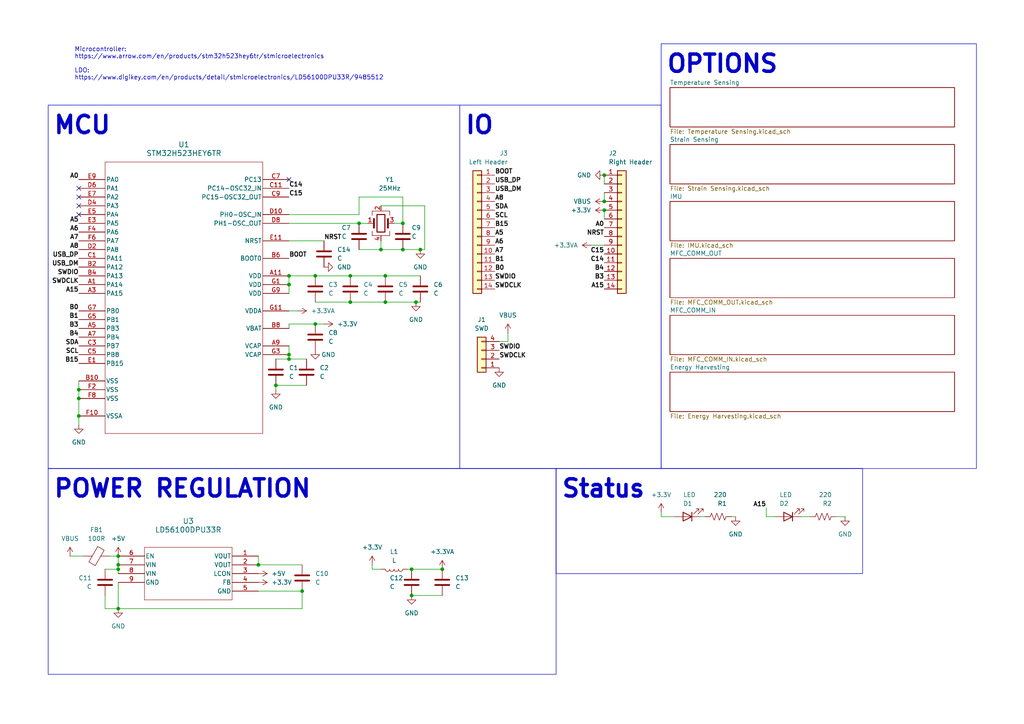
<source format=kicad_sch>
(kicad_sch (version 20230121) (generator eeschema)
  (paper "A4")
  (lib_symbols
    (symbol "Connector_Generic:Conn_01x04" (pin_names (offset 1.016) hide)
      (property "Reference" "J" (at 0 5.08 0))
      (property "Value" "Conn_01x04" (at 0 -7.62 0))
      (symbol "Conn_01x04_1_1"
        (rectangle (start -1.27 -4.953) (end 0 -5.207) (stroke (width 0.1524)))
        (rectangle (start -1.27 -2.413) (end 0 -2.667) (stroke (width 0.1524)))
        (rectangle (start -1.27 0.127) (end 0 -0.127) (stroke (width 0.1524)))
        (rectangle (start -1.27 2.667) (end 0 2.413) (stroke (width 0.1524)))
        (rectangle (start -1.27 3.81) (end 1.27 -6.35) (stroke (width 0.254)) (fill (type background)))
        (pin passive line (at -5.08 2.54 0) (length 3.81) (name "Pin_1") (number "1"))
        (pin passive line (at -5.08 0 0) (length 3.81) (name "Pin_2") (number "2"))
        (pin passive line (at -5.08 -2.54 0) (length 3.81) (name "Pin_3") (number "3"))
        (pin passive line (at -5.08 -5.08 0) (length 3.81) (name "Pin_4") (number "4"))
      )
    )
    (symbol "Connector_Generic:Conn_01x14" (pin_names (offset 1.016) hide)
      (property "Reference" "J" (at 0 17.78 0))
      (property "Value" "Conn_01x14" (at 0 -20.32 0))
      (symbol "Conn_01x14_1_1"
        (rectangle (start -1.27 -17.653) (end 0 -17.907) (stroke (width 0.1524)))
        (rectangle (start -1.27 -15.113) (end 0 -15.367) (stroke (width 0.1524)))
        (rectangle (start -1.27 -12.573) (end 0 -12.827) (stroke (width 0.1524)))
        (rectangle (start -1.27 -10.033) (end 0 -10.287) (stroke (width 0.1524)))
        (rectangle (start -1.27 -7.493) (end 0 -7.747) (stroke (width 0.1524)))
        (rectangle (start -1.27 -4.953) (end 0 -5.207) (stroke (width 0.1524)))
        (rectangle (start -1.27 -2.413) (end 0 -2.667) (stroke (width 0.1524)))
        (rectangle (start -1.27 0.127) (end 0 -0.127) (stroke (width 0.1524)))
        (rectangle (start -1.27 2.667) (end 0 2.413) (stroke (width 0.1524)))
        (rectangle (start -1.27 5.207) (end 0 4.953) (stroke (width 0.1524)))
        (rectangle (start -1.27 7.747) (end 0 7.493) (stroke (width 0.1524)))
        (rectangle (start -1.27 10.287) (end 0 10.033) (stroke (width 0.1524)))
        (rectangle (start -1.27 12.827) (end 0 12.573) (stroke (width 0.1524)))
        (rectangle (start -1.27 15.367) (end 0 15.113) (stroke (width 0.1524)))
        (rectangle (start -1.27 16.51) (end 1.27 -19.05) (stroke (width 0.254)) (fill (type background)))
        (pin passive line (at -5.08 15.24 0) (length 3.81) (name "Pin_1") (number "1"))
        (pin passive line (at -5.08 -7.62 0) (length 3.81) (name "Pin_10") (number "10"))
        (pin passive line (at -5.08 -10.16 0) (length 3.81) (name "Pin_11") (number "11"))
        (pin passive line (at -5.08 -12.7 0) (length 3.81) (name "Pin_12") (number "12"))
        (pin passive line (at -5.08 -15.24 0) (length 3.81) (name "Pin_13") (number "13"))
        (pin passive line (at -5.08 -17.78 0) (length 3.81) (name "Pin_14") (number "14"))
        (pin passive line (at -5.08 12.7 0) (length 3.81) (name "Pin_2") (number "2"))
        (pin passive line (at -5.08 10.16 0) (length 3.81) (name "Pin_3") (number "3"))
        (pin passive line (at -5.08 7.62 0) (length 3.81) (name "Pin_4") (number "4"))
        (pin passive line (at -5.08 5.08 0) (length 3.81) (name "Pin_5") (number "5"))
        (pin passive line (at -5.08 2.54 0) (length 3.81) (name "Pin_6") (number "6"))
        (pin passive line (at -5.08 0 0) (length 3.81) (name "Pin_7") (number "7"))
        (pin passive line (at -5.08 -2.54 0) (length 3.81) (name "Pin_8") (number "8"))
        (pin passive line (at -5.08 -5.08 0) (length 3.81) (name "Pin_9") (number "9"))
      )
    )
    (symbol "Device:C" (pin_numbers hide) (pin_names (offset 0.254))
      (property "Reference" "C" (at 0.635 2.54 0))
      (property "Value" "C" (at 0.635 -2.54 0))
      (symbol "C_0_1"
        (polyline (pts (xy -2.032 -0.762) (xy 2.032 -0.762)) (stroke (width 0.508)))
        (polyline (pts (xy -2.032 0.762) (xy 2.032 0.762)) (stroke (width 0.508)))
      )
      (symbol "C_1_1"
        (pin passive line (at 0 3.81 270) (length 2.794) (name "~") (number "1"))
        (pin passive line (at 0 -3.81 90) (length 2.794) (name "~") (number "2"))
      )
    )
    (symbol "Device:Crystal_GND24" (pin_names (offset 1.016) hide)
      (property "Reference" "Y" (at 3.175 5.08 0))
      (property "Value" "Crystal_GND24" (at 3.175 3.175 0))
      (symbol "Crystal_GND24_0_1"
        (rectangle (start -1.143 2.54) (end 1.143 -2.54) (stroke (width 0.3048)))
        (polyline (pts (xy -2.54 0) (xy -2.032 0)))
        (polyline (pts (xy -2.032 -1.27) (xy -2.032 1.27)) (stroke (width 0.508)))
        (polyline (pts (xy 0 -3.81) (xy 0 -3.556)))
        (polyline (pts (xy 0 3.556) (xy 0 3.81)))
        (polyline (pts (xy 2.032 -1.27) (xy 2.032 1.27)) (stroke (width 0.508)))
        (polyline (pts (xy 2.032 0) (xy 2.54 0)))
        (polyline (pts (xy -2.54 -2.286) (xy -2.54 -3.556) (xy 2.54 -3.556) (xy 2.54 -2.286)))
        (polyline (pts (xy -2.54 2.286) (xy -2.54 3.556) (xy 2.54 3.556) (xy 2.54 2.286)))
      )
      (symbol "Crystal_GND24_1_1"
        (pin passive line (at -3.81 0 0) (length 1.27) (name "1") (number "1"))
        (pin passive line (at 0 5.08 270) (length 1.27) (name "2") (number "2"))
        (pin passive line (at 3.81 0 180) (length 1.27) (name "3") (number "3"))
        (pin passive line (at 0 -5.08 90) (length 1.27) (name "4") (number "4"))
      )
    )
    (symbol "Device:FerriteBead" (pin_numbers hide) (pin_names (offset 0))
      (property "Reference" "FB" (at -3.81 0.635 90))
      (property "Value" "FerriteBead" (at 3.81 0 90))
      (symbol "FerriteBead_0_1"
        (polyline (pts (xy 0 -1.27) (xy 0 -1.2192)))
        (polyline (pts (xy 0 1.27) (xy 0 1.2954)))
        (polyline (pts (xy -2.7686 0.4064) (xy -1.7018 2.2606) (xy 2.7686 -0.3048) (xy 1.6764 -2.159) (xy -2.7686 0.4064)))
      )
      (symbol "FerriteBead_1_1"
        (pin passive line (at 0 3.81 270) (length 2.54) (name "~") (number "1"))
        (pin passive line (at 0 -3.81 90) (length 2.54) (name "~") (number "2"))
      )
    )
    (symbol "Device:L" (pin_numbers hide) (pin_names (offset 1.016) hide)
      (property "Reference" "L" (at -1.27 0 90))
      (property "Value" "L" (at 1.905 0 90))
      (symbol "L_0_1"
        (arc (start 0 -2.54) (mid 0.6323 -1.905) (end 0 -1.27))
        (arc (start 0 -1.27) (mid 0.6323 -0.635) (end 0 0))
        (arc (start 0 0) (mid 0.6323 0.635) (end 0 1.27))
        (arc (start 0 1.27) (mid 0.6323 1.905) (end 0 2.54))
      )
      (symbol "L_1_1"
        (pin passive line (at 0 3.81 270) (length 1.27) (name "1") (number "1"))
        (pin passive line (at 0 -3.81 90) (length 1.27) (name "2") (number "2"))
      )
    )
    (symbol "Device:LED" (pin_numbers hide) (pin_names (offset 1.016) hide)
      (property "Reference" "D" (at 0 2.54 0))
      (property "Value" "LED" (at 0 -2.54 0))
      (symbol "LED_0_1"
        (polyline (pts (xy -1.27 -1.27) (xy -1.27 1.27)) (stroke (width 0.254)))
        (polyline (pts (xy -1.27 0) (xy 1.27 0)))
        (polyline (pts (xy 1.27 -1.27) (xy 1.27 1.27) (xy -1.27 0) (xy 1.27 -1.27)) (stroke (width 0.254)))
        (polyline (pts (xy -3.048 -0.762) (xy -4.572 -2.286) (xy -3.81 -2.286) (xy -4.572 -2.286) (xy -4.572 -1.524)))
        (polyline (pts (xy -1.778 -0.762) (xy -3.302 -2.286) (xy -2.54 -2.286) (xy -3.302 -2.286) (xy -3.302 -1.524)))
      )
      (symbol "LED_1_1"
        (pin passive line (at -3.81 0 0) (length 2.54) (name "K") (number "1"))
        (pin passive line (at 3.81 0 180) (length 2.54) (name "A") (number "2"))
      )
    )
    (symbol "Device:R_US" (pin_numbers hide) (pin_names (offset 0))
      (property "Reference" "R" (at 2.54 0 90))
      (property "Value" "R_US" (at -2.54 0 90))
      (symbol "R_US_0_1"
        (polyline (pts (xy 0 -2.286) (xy 0 -2.54)))
        (polyline (pts (xy 0 2.286) (xy 0 2.54)))
        (polyline (pts (xy 0 -0.762) (xy 1.016 -1.143) (xy 0 -1.524) (xy -1.016 -1.905) (xy 0 -2.286)))
        (polyline (pts (xy 0 0.762) (xy 1.016 0.381) (xy 0 0) (xy -1.016 -0.381) (xy 0 -0.762)))
        (polyline (pts (xy 0 2.286) (xy 1.016 1.905) (xy 0 1.524) (xy -1.016 1.143) (xy 0 0.762)))
      )
      (symbol "R_US_1_1"
        (pin passive line (at 0 3.81 270) (length 1.27) (name "~") (number "1"))
        (pin passive line (at 0 -3.81 90) (length 1.27) (name "~") (number "2"))
      )
    )
    (symbol "LD56100DPU33R:LD56100DPU33R" (pin_names (offset 0.254))
      (property "Reference" "U3" (at 20.32 10.16 0))
      (property "Value" "LD56100DPU33R" (at 20.32 7.62 0))
      (symbol "LD56100DPU33R_0_1"
        (polyline (pts (xy 7.62 -12.7) (xy 33.02 -12.7)) (stroke (width 0.127)))
        (polyline (pts (xy 7.62 2.54) (xy 7.62 -12.7)) (stroke (width 0.127)))
        (polyline (pts (xy 33.02 -12.7) (xy 33.02 2.54)) (stroke (width 0.127)))
        (polyline (pts (xy 33.02 2.54) (xy 7.62 2.54)) (stroke (width 0.127)))
        (pin output line (at 40.64 0 180) (length 7.62) (name "VOUT") (number "1"))
        (pin output line (at 40.64 -2.54 180) (length 7.62) (name "VOUT") (number "2"))
        (pin input line (at 40.64 -5.08 180) (length 7.62) (name "LCON") (number "3"))
        (pin unspecified line (at 40.64 -7.62 180) (length 7.62) (name "FB") (number "4"))
        (pin power_out line (at 40.64 -10.16 180) (length 7.62) (name "GND") (number "5"))
        (pin input line (at 0 0 0) (length 7.62) (name "EN") (number "6"))
        (pin power_in line (at 0 -2.54 0) (length 7.62) (name "VIN") (number "7"))
        (pin power_in line (at 0 -5.08 0) (length 7.62) (name "VIN") (number "8"))
        (pin power_out line (at 0 -7.62 0) (length 7.62) (name "GND") (number "9"))
      )
    )
    (symbol "STM32H523HEY6TR:STM32H523HEY6TR" (pin_names (offset 0.254))
      (property "Reference" "U" (at 30.48 10.16 0))
      (property "Value" "STM32H523HEY6TR" (at 30.48 7.62 0))
      (symbol "STM32H523HEY6TR_0_1"
        (polyline (pts (xy 7.62 -73.66) (xy 53.34 -73.66)) (stroke (width 0.127)))
        (polyline (pts (xy 7.62 5.08) (xy 7.62 -73.66)) (stroke (width 0.127)))
        (polyline (pts (xy 53.34 -73.66) (xy 53.34 5.08)) (stroke (width 0.127)))
        (polyline (pts (xy 53.34 5.08) (xy 7.62 5.08)) (stroke (width 0.127)))
        (pin bidirectional line (at 0 -30.48 0) (length 7.62) (name "PA14") (number "A1"))
        (pin power_in line (at 60.96 -27.94 180) (length 7.62) (name "VDD") (number "A11"))
        (pin bidirectional line (at 0 -33.02 0) (length 7.62) (name "PA15") (number "A3"))
        (pin bidirectional line (at 0 -43.18 0) (length 7.62) (name "PB3") (number "A5"))
        (pin bidirectional line (at 0 -45.72 0) (length 7.62) (name "PB4") (number "A7"))
        (pin power_in line (at 60.96 -48.26 180) (length 7.62) (name "VCAP") (number "A9"))
        (pin power_in line (at 0 -58.42 0) (length 7.62) (name "VSS") (number "B10"))
        (pin bidirectional line (at 0 -25.4 0) (length 7.62) (name "PA12") (number "B2"))
        (pin bidirectional line (at 0 -27.94 0) (length 7.62) (name "PA13") (number "B4"))
        (pin input line (at 60.96 -22.86 180) (length 7.62) (name "BOOT0") (number "B6"))
        (pin power_in line (at 60.96 -43.18 180) (length 7.62) (name "VBAT") (number "B8"))
        (pin bidirectional line (at 0 -22.86 0) (length 7.62) (name "PA11") (number "C1"))
        (pin bidirectional line (at 60.96 -2.54 180) (length 7.62) (name "PC14-OSC32_IN") (number "C11"))
        (pin bidirectional line (at 0 -48.26 0) (length 7.62) (name "PB7") (number "C3"))
        (pin bidirectional line (at 0 -50.8 0) (length 7.62) (name "PB8") (number "C5"))
        (pin bidirectional line (at 60.96 0 180) (length 7.62) (name "PC13") (number "C7"))
        (pin bidirectional line (at 60.96 -5.08 180) (length 7.62) (name "PC15-OSC32_OUT") (number "C9"))
        (pin bidirectional line (at 60.96 -10.16 180) (length 7.62) (name "PH0-OSC_IN") (number "D10"))
        (pin bidirectional line (at 0 -20.32 0) (length 7.62) (name "PA8") (number "D2"))
        (pin bidirectional line (at 0 -7.62 0) (length 7.62) (name "PA3") (number "D4"))
        (pin bidirectional line (at 0 -2.54 0) (length 7.62) (name "PA1") (number "D6"))
        (pin bidirectional line (at 60.96 -12.7 180) (length 7.62) (name "PH1-OSC_OUT") (number "D8"))
        (pin bidirectional line (at 0 -53.34 0) (length 7.62) (name "PB15") (number "E1"))
        (pin bidirectional line (at 60.96 -17.78 180) (length 7.62) (name "NRST") (number "E11"))
        (pin bidirectional line (at 0 -12.7 0) (length 7.62) (name "PA5") (number "E3"))
        (pin bidirectional line (at 0 -10.16 0) (length 7.62) (name "PA4") (number "E5"))
        (pin bidirectional line (at 0 -5.08 0) (length 7.62) (name "PA2") (number "E7"))
        (pin bidirectional line (at 0 0 0) (length 7.62) (name "PA0") (number "E9"))
        (pin power_in line (at 0 -68.58 0) (length 7.62) (name "VSSA") (number "F10"))
        (pin power_in line (at 0 -60.96 0) (length 7.62) (name "VSS") (number "F2"))
        (pin bidirectional line (at 0 -15.24 0) (length 7.62) (name "PA6") (number "F4"))
        (pin bidirectional line (at 0 -17.78 0) (length 7.62) (name "PA7") (number "F6"))
        (pin power_in line (at 0 -63.5 0) (length 7.62) (name "VSS") (number "F8"))
        (pin power_in line (at 60.96 -30.48 180) (length 7.62) (name "VDD") (number "G1"))
        (pin power_in line (at 60.96 -38.1 180) (length 7.62) (name "VDDA") (number "G11"))
        (pin power_in line (at 60.96 -50.8 180) (length 7.62) (name "VCAP") (number "G3"))
        (pin bidirectional line (at 0 -40.64 0) (length 7.62) (name "PB1") (number "G5"))
        (pin bidirectional line (at 0 -38.1 0) (length 7.62) (name "PB0") (number "G7"))
        (pin power_in line (at 60.96 -33.02 180) (length 7.62) (name "VDD") (number "G9"))
      )
    )
    (symbol "power:+3.3V" (power) (pin_names (offset 0))
      (property "Value" "+3.3V" (at 0 3.556 0))
      (symbol "+3.3V_0_1"
        (polyline (pts (xy -0.762 1.27) (xy 0 2.54)))
        (polyline (pts (xy 0 0) (xy 0 2.54)))
        (polyline (pts (xy 0 2.54) (xy 0.762 1.27)))
      )
      (symbol "+3.3V_1_1"
        (pin power_in line (at 0 0 90) (length 0) hide (name "+3.3V") (number "1"))
      )
    )
    (symbol "power:+3.3VA" (power) (pin_names (offset 0))
      (property "Value" "+3.3VA" (at 0 3.556 0))
      (symbol "+3.3VA_0_1"
        (polyline (pts (xy -0.762 1.27) (xy 0 2.54)))
        (polyline (pts (xy 0 0) (xy 0 2.54)))
        (polyline (pts (xy 0 2.54) (xy 0.762 1.27)))
      )
      (symbol "+3.3VA_1_1"
        (pin power_in line (at 0 0 90) (length 0) hide (name "+3.3VA") (number "1"))
      )
    )
    (symbol "power:+5V" (power) (pin_names (offset 0))
      (property "Value" "+5V" (at 0 3.556 0))
      (symbol "+5V_0_1"
        (polyline (pts (xy -0.762 1.27) (xy 0 2.54)))
        (polyline (pts (xy 0 0) (xy 0 2.54)))
        (polyline (pts (xy 0 2.54) (xy 0.762 1.27)))
      )
      (symbol "+5V_1_1"
        (pin power_in line (at 0 0 90) (length 0) hide (name "+5V") (number "1"))
      )
    )
    (symbol "power:GND" (power) (pin_names (offset 0))
      (property "Value" "GND" (at 0 -3.81 0))
      (symbol "GND_0_1"
        (polyline (pts (xy 0 0) (xy 0 -1.27) (xy 1.27 -1.27) (xy 0 -2.54) (xy -1.27 -1.27) (xy 0 -1.27)))
      )
      (symbol "GND_1_1"
        (pin power_in line (at 0 0 270) (length 0) hide (name "GND") (number "1"))
      )
    )
    (symbol "power:VBUS" (power) (pin_names (offset 0))
      (property "Value" "VBUS" (at 0 3.81 0))
      (symbol "VBUS_0_1"
        (polyline (pts (xy -0.762 1.27) (xy 0 2.54)))
        (polyline (pts (xy 0 0) (xy 0 2.54)))
        (polyline (pts (xy 0 2.54) (xy 0.762 1.27)))
      )
      (symbol "VBUS_1_1"
        (pin power_in line (at 0 0 90) (length 0) hide (name "VBUS") (number "1"))
      )
    )
  )
  (junction (at 22.86 120.65))
  (junction (at 111.76 80.01))
  (junction (at 91.44 93.98))
  (junction (at 74.93 163.83))
  (junction (at 83.82 80.01))
  (junction (at 34.29 163.83))
  (junction (at 116.84 72.39))
  (junction (at 101.6 87.63))
  (junction (at 116.84 64.77))
  (junction (at 22.86 113.03))
  (junction (at 175.26 58.42))
  (junction (at 83.82 102.87))
  (junction (at 111.76 87.63))
  (junction (at 34.29 165.1))
  (junction (at 121.92 72.39))
  (junction (at 22.86 115.57))
  (junction (at 34.29 176.53))
  (junction (at 120.65 87.63))
  (junction (at 128.27 165.1))
  (junction (at 87.63 171.45))
  (junction (at 83.82 104.14))
  (junction (at 119.38 172.72))
  (junction (at 175.26 50.8))
  (junction (at 101.6 80.01))
  (junction (at 34.29 161.29))
  (junction (at 83.82 82.55))
  (junction (at 80.01 111.76))
  (junction (at 104.14 64.77))
  (junction (at 91.44 80.01))
  (junction (at 110.49 72.39))
  (junction (at 175.26 60.96))
  (junction (at 119.38 165.1))
  (no_connect (at 83.82 52.07))
  (no_connect (at 22.86 54.61))
  (no_connect (at 22.86 57.15))
  (no_connect (at 22.86 59.69))
  (no_connect (at 22.86 62.23))
  (wire (pts (xy 147.32 99.06) (xy 147.32 96.52)))
  (wire (pts (xy 83.82 64.77) (xy 104.14 64.77)))
  (wire (pts (xy 34.29 163.83) (xy 34.29 165.1)))
  (wire (pts (xy 104.14 62.23) (xy 83.82 62.23)))
  (wire (pts (xy 118.11 165.1) (xy 119.38 165.1)))
  (wire (pts (xy 74.93 161.29) (xy 74.93 163.83)))
  (wire (pts (xy 31.75 161.29) (xy 34.29 161.29)))
  (wire (pts (xy 101.6 87.63) (xy 111.76 87.63)))
  (wire (pts (xy 120.65 87.63) (xy 121.92 87.63)))
  (wire (pts (xy 110.49 72.39) (xy 110.49 69.85)))
  (wire (pts (xy 34.29 176.53) (xy 87.63 176.53)))
  (wire (pts (xy 83.82 93.98) (xy 83.82 95.25)))
  (wire (pts (xy 34.29 176.53) (xy 30.48 176.53)))
  (wire (pts (xy 222.25 147.32) (xy 222.25 149.86)))
  (wire (pts (xy 119.38 172.72) (xy 128.27 172.72)))
  (wire (pts (xy 80.01 104.14) (xy 83.82 104.14)))
  (wire (pts (xy 34.29 165.1) (xy 34.29 166.37)))
  (wire (pts (xy 83.82 80.01) (xy 83.82 82.55)))
  (wire (pts (xy 175.26 60.96) (xy 175.26 63.5)))
  (wire (pts (xy 91.44 93.98) (xy 93.98 93.98)))
  (wire (pts (xy 107.95 165.1) (xy 110.49 165.1)))
  (wire (pts (xy 83.82 100.33) (xy 83.82 102.87)))
  (wire (pts (xy 119.38 165.1) (xy 128.27 165.1)))
  (wire (pts (xy 110.49 59.69) (xy 123.19 59.69)))
  (wire (pts (xy 74.93 163.83) (xy 87.63 163.83)))
  (wire (pts (xy 222.25 149.86) (xy 224.79 149.86)))
  (wire (pts (xy 191.77 148.59) (xy 191.77 149.86)))
  (wire (pts (xy 22.86 113.03) (xy 22.86 115.57)))
  (wire (pts (xy 80.01 111.76) (xy 88.9 111.76)))
  (wire (pts (xy 34.29 168.91) (xy 34.29 176.53)))
  (wire (pts (xy 20.32 161.29) (xy 24.13 161.29)))
  (wire (pts (xy 83.82 80.01) (xy 91.44 80.01)))
  (wire (pts (xy 104.14 57.15) (xy 116.84 57.15)))
  (wire (pts (xy 104.14 57.15) (xy 104.14 62.23)))
  (wire (pts (xy 116.84 64.77) (xy 114.3 64.77)))
  (wire (pts (xy 80.01 111.76) (xy 80.01 113.03)))
  (wire (pts (xy 171.45 71.12) (xy 175.26 71.12)))
  (wire (pts (xy 234.95 149.86) (xy 232.41 149.86)))
  (wire (pts (xy 22.86 115.57) (xy 22.86 120.65)))
  (wire (pts (xy 123.19 59.69) (xy 123.19 72.39)))
  (wire (pts (xy 104.14 72.39) (xy 110.49 72.39)))
  (wire (pts (xy 87.63 176.53) (xy 87.63 171.45)))
  (wire (pts (xy 83.82 69.85) (xy 93.98 69.85)))
  (wire (pts (xy 91.44 80.01) (xy 101.6 80.01)))
  (wire (pts (xy 121.92 72.39) (xy 116.84 72.39)))
  (wire (pts (xy 213.36 149.86) (xy 212.09 149.86)))
  (wire (pts (xy 104.14 64.77) (xy 106.68 64.77)))
  (wire (pts (xy 22.86 120.65) (xy 22.86 123.19)))
  (wire (pts (xy 86.36 90.17) (xy 83.82 90.17)))
  (wire (pts (xy 74.93 171.45) (xy 87.63 171.45)))
  (wire (pts (xy 30.48 176.53) (xy 30.48 172.72)))
  (wire (pts (xy 83.82 82.55) (xy 83.82 85.09)))
  (wire (pts (xy 123.19 72.39) (xy 121.92 72.39)))
  (wire (pts (xy 101.6 80.01) (xy 111.76 80.01)))
  (wire (pts (xy 191.77 149.86) (xy 195.58 149.86)))
  (wire (pts (xy 111.76 80.01) (xy 121.92 80.01)))
  (wire (pts (xy 111.76 87.63) (xy 120.65 87.63)))
  (wire (pts (xy 144.78 99.06) (xy 147.32 99.06)))
  (wire (pts (xy 83.82 104.14) (xy 88.9 104.14)))
  (wire (pts (xy 83.82 93.98) (xy 91.44 93.98)))
  (wire (pts (xy 175.26 55.88) (xy 175.26 58.42)))
  (wire (pts (xy 107.95 163.83) (xy 107.95 165.1)))
  (wire (pts (xy 116.84 57.15) (xy 116.84 64.77)))
  (wire (pts (xy 34.29 165.1) (xy 30.48 165.1)))
  (wire (pts (xy 204.47 149.86) (xy 203.2 149.86)))
  (wire (pts (xy 83.82 104.14) (xy 83.82 102.87)))
  (wire (pts (xy 91.44 87.63) (xy 101.6 87.63)))
  (wire (pts (xy 22.86 110.49) (xy 22.86 113.03)))
  (wire (pts (xy 34.29 161.29) (xy 34.29 163.83)))
  (wire (pts (xy 116.84 72.39) (xy 110.49 72.39)))
  (wire (pts (xy 175.26 50.8) (xy 175.26 53.34)))
  (wire (pts (xy 245.11 149.86) (xy 242.57 149.86)))
  (rectangle (start 13.97 30.48) (end 133.35 135.89))
  (rectangle (start 161.29 135.89) (end 250.19 166.37))
  (rectangle (start 191.77 12.7) (end 283.21 135.89))
  (rectangle (start 13.97 135.89) (end 161.29 195.58))
  (rectangle (start 133.35 30.48) (end 191.77 135.89))
  (text "TODO:\nx Temperature Sensing Circuit\n- Strain Sensing Circuit\nx IMU Circuit\n- MFC Communication Out Circuit\n- MFC Communication In Circuit\n- Energy Harvesting Circuit\n\nAfter that -- layout" (at 305.435 81.915 0) (effects (font (size 5 5) bold) (justify left bottom)))
  (text "Microcontroller:\nhttps://www.arrow.com/en/products/stm32h523hey6tr/stmicroelectronics\n\nLDO:\nhttps://www.digikey.com/en/products/detail/stmicroelectronics/LD56100DPU33R/9485512\n\n" (at 21.59 25.4 0) (effects (font (size 1.27 1.27)) (justify left bottom)))
  (text "MCU" (at 15.24 39.37 0) (effects (font (size 5 5) (thickness 1) bold) (justify left bottom)))
  (text "IO" (at 134.62 39.37 0) (effects (font (size 5 5) (thickness 1) bold) (justify left bottom)))
  (text "POWER REGULATION" (at 15.24 144.78 0) (effects (font (size 5 5) (thickness 1) bold) (justify left bottom)))
  (text "Status\n" (at 162.56 144.78 0) (effects (font (size 5 5) (thickness 1) bold) (justify left bottom)))
  (text "OPTIONS" (at 193.04 21.59 0) (effects (font (size 5 5) (thickness 1) bold) (justify left bottom)))
  (label "A15" (at 22.86 85.09 180) (effects (font bold)))
  (label "A8" (at 22.86 72.39 180) (effects (font bold)))
  (label "SWDIO" (at 22.86 80.01 180) (effects (font bold)))
  (label "B3" (at 22.86 95.25 180) (effects (font bold)))
  (label "C14" (at 83.82 54.61 0) (effects (font bold)))
  (label "B4" (at 22.86 97.79 180) (effects (font bold)))
  (label "B15" (at 143.51 66.04 0) (effects (font bold)))
  (label "USB_DM" (at 22.86 77.47 180) (effects (font bold)))
  (label "SWDIO" (at 144.78 101.6 0) (effects (font bold)))
  (label "SCL" (at 143.51 63.5 0) (effects (font bold)))
  (label "NRST" (at 175.26 68.58 180) (effects (font bold)))
  (label "SCL" (at 22.86 102.87 180) (effects (font bold)))
  (label "B4" (at 175.26 78.74 180) (effects (font bold)))
  (label "C15" (at 175.26 73.66 180) (effects (font bold)))
  (label "A15" (at 175.26 83.82 180) (effects (font bold)))
  (label "A5" (at 143.51 68.58 0) (effects (font bold)))
  (label "SWDIO" (at 143.51 81.28 0) (effects (font bold)))
  (label "A6" (at 22.86 67.31 180) (effects (font bold)))
  (label "BOOT" (at 143.51 50.8 0) (effects (font bold)))
  (label "A7" (at 22.86 69.85 180) (effects (font bold)))
  (label "A6" (at 143.51 71.12 0) (effects (font bold)))
  (label "C14" (at 175.26 76.2 180) (effects (font bold)))
  (label "B1" (at 22.86 92.71 180) (effects (font bold)))
  (label "NRST" (at 93.98 69.85 0) (effects (font bold)))
  (label "BOOT" (at 83.82 74.93 0) (effects (font bold)))
  (label "B0" (at 22.86 90.17 180) (effects (font bold)))
  (label "SWDCLK" (at 22.86 82.55 180) (effects (font bold)))
  (label "A8" (at 143.51 58.42 0) (effects (font bold)))
  (label "B3" (at 175.26 81.28 180) (effects (font bold)))
  (label "C15" (at 83.82 57.15 0) (effects (font bold)))
  (label "SWDCLK" (at 143.51 83.82 0) (effects (font bold)))
  (label "SDA" (at 22.86 100.33 180) (effects (font bold)))
  (label "B15" (at 22.86 105.41 180) (effects (font bold)))
  (label "USB_DP" (at 22.86 74.93 180) (effects (font bold)))
  (label "A5" (at 22.86 64.77 180) (effects (font bold)))
  (label "A15" (at 222.25 147.32 180) (effects (font bold)))
  (label "USB_DM" (at 143.51 55.88 0) (effects (font bold)))
  (label "A7" (at 143.51 73.66 0) (effects (font bold)))
  (label "A0" (at 22.86 52.07 180) (effects (font bold)))
  (label "B0" (at 143.51 78.74 0) (effects (font bold)))
  (label "A0" (at 175.26 66.04 180) (effects (font bold)))
  (label "SDA" (at 143.51 60.96 0) (effects (font bold)))
  (label "USB_DP" (at 143.51 53.34 0) (effects (font bold)))
  (label "SWDCLK" (at 144.78 104.14 0) (effects (font bold)))
  (label "B1" (at 143.51 76.2 0) (effects (font bold)))
  (symbol (lib_id "power:+3.3VA") (at 128.27 165.1 0) (unit 1)
    (property "Reference" "#PWR013" (effects hide))
    (property "Value" "+3.3VA" (at 128.27 160.02 0))
  )
  (symbol (lib_id "power:+5V") (at 74.93 166.37 270) (unit 1)
    (property "Reference" "#PWR09" (effects hide))
    (property "Value" "+5V" (at 78.74 166.37 90) (effects (justify left)))
  )
  (symbol (lib_id "Connector_Generic:Conn_01x04") (at 139.7 104.14 180) (unit 1)
    (property "Reference" "J1" (at 139.7 92.71 0))
    (property "Value" "SWD" (at 139.7 95.25 0))
  )
  (symbol (lib_id "power:GND") (at 22.86 123.19 0) (unit 1)
    (property "Reference" "#PWR02" (effects hide))
    (property "Value" "GND" (at 22.86 128.27 0))
  )
  (symbol (lib_id "Device:FerriteBead") (at 27.94 161.29 270) (unit 1)
    (property "Reference" "FB1" (at 27.9908 153.67 90))
    (property "Value" "100R" (at 27.9908 156.21 90))
  )
  (symbol (lib_id "Connector_Generic:Conn_01x14") (at 180.34 66.04 0) (unit 1)
    (property "Reference" "J2" (at 176.53 44.45 0) (effects (justify left)))
    (property "Value" "Right Header" (at 176.53 46.99 0) (effects (justify left)))
  )
  (symbol (lib_id "power:VBUS") (at 20.32 161.29 0) (unit 1)
    (property "Reference" "#PWR011" (effects hide))
    (property "Value" "VBUS" (at 20.32 156.21 0))
  )
  (symbol (lib_id "power:+3.3V") (at 74.93 168.91 270) (unit 1)
    (property "Reference" "#PWR012" (effects hide))
    (property "Value" "+3.3V" (at 78.74 168.91 90) (effects (justify left)))
  )
  (symbol (lib_id "Device:C") (at 91.44 83.82 0) (unit 1)
    (property "Reference" "C3" (at 95.25 82.55 0) (effects (justify left)))
    (property "Value" "C" (at 95.25 85.09 0) (effects (justify left)))
  )
  (symbol (lib_id "Device:C") (at 121.92 83.82 0) (unit 1)
    (property "Reference" "C6" (at 125.73 82.55 0) (effects (justify left)))
    (property "Value" "C" (at 125.73 85.09 0) (effects (justify left)))
  )
  (symbol (lib_id "Device:C") (at 101.6 83.82 0) (unit 1)
    (property "Reference" "C4" (at 105.41 82.55 0) (effects (justify left)))
    (property "Value" "C" (at 105.41 85.09 0) (effects (justify left)))
  )
  (symbol (lib_id "Device:Crystal_GND24") (at 110.49 64.77 0) (unit 1)
    (property "Reference" "Y1" (at 113.03 52.07 0))
    (property "Value" "25MHz" (at 113.03 54.61 0))
  )
  (symbol (lib_id "LD56100DPU33R:LD56100DPU33R") (at 34.29 161.29 0) (unit 1)
    (property "Reference" "U3" (at 54.61 151.13 0) (effects (font (size 1.524 1.524))))
    (property "Value" "LD56100DPU33R" (at 54.61 153.67 0) (effects (font (size 1.524 1.524))))
    (property "Footprint" "DFN8_1P6X1P2_STM" (effects hide))
    (property "Datasheet" "LD56100DPU33R" (effects hide))
  )
  (symbol (lib_id "power:GND") (at 213.36 149.86 0) (unit 1)
    (property "Reference" "#PWR023" (effects hide))
    (property "Value" "GND" (at 213.36 154.94 0))
  )
  (symbol (lib_id "Device:C") (at 87.63 167.64 0) (unit 1)
    (property "Reference" "C10" (at 91.44 166.37 0) (effects (justify left)))
    (property "Value" "C" (at 91.44 168.91 0) (effects (justify left)))
  )
  (symbol (lib_id "power:VBUS") (at 147.32 96.52 0) (unit 1)
    (property "Reference" "#PWR010" (effects hide))
    (property "Value" "VBUS" (at 147.32 91.44 0))
  )
  (symbol (lib_id "power:GND") (at 93.98 77.47 90) (unit 1)
    (property "Reference" "#PWR022" (effects hide))
    (property "Value" "GND" (at 97.79 77.47 90) (effects (justify right)))
  )
  (symbol (lib_id "Device:C") (at 88.9 107.95 0) (unit 1)
    (property "Reference" "C2" (at 92.71 106.68 0) (effects (justify left)))
    (property "Value" "C" (at 92.71 109.22 0) (effects (justify left)))
  )
  (symbol (lib_id "Device:LED") (at 199.39 149.86 180) (unit 1)
    (property "Reference" "D1" (at 198.12 146.05 0) (effects (justify right)))
    (property "Value" "LED" (at 198.12 143.51 0) (effects (justify right)))
  )
  (symbol (lib_id "power:GND") (at 119.38 172.72 0) (unit 1)
    (property "Reference" "#PWR016" (effects hide))
    (property "Value" "GND" (at 119.38 177.8 0))
  )
  (symbol (lib_id "Device:LED") (at 228.6 149.86 180) (unit 1)
    (property "Reference" "D2" (at 226.06 146.05 0) (effects (justify right)))
    (property "Value" "LED" (at 226.06 143.51 0) (effects (justify right)))
  )
  (symbol (lib_id "power:GND") (at 144.78 106.68 0) (unit 1)
    (property "Reference" "#PWR017" (effects hide))
    (property "Value" "GND" (at 144.78 111.76 0))
  )
  (symbol (lib_id "power:+3.3VA") (at 171.45 71.12 90) (unit 1)
    (property "Reference" "#PWR020" (effects hide))
    (property "Value" "+3.3VA" (at 167.64 71.12 90) (effects (justify left)))
  )
  (symbol (lib_id "STM32H523HEY6TR:STM32H523HEY6TR") (at 22.86 52.07 0) (unit 1)
    (property "Reference" "U1" (at 53.34 41.91 0) (effects (font (size 1.524 1.524))))
    (property "Value" "STM32H523HEY6TR" (at 53.34 44.45 0) (effects (font (size 1.524 1.524))))
    (property "Footprint" "WLCSP39_STM" (effects hide))
    (property "Datasheet" "STM32H523HEY6TR" (effects hide))
  )
  (symbol (lib_id "power:GND") (at 91.44 101.6 0) (unit 1)
    (property "Reference" "#PWR07" (effects hide))
    (property "Value" "GND" (at 95.25 102.87 0))
  )
  (symbol (lib_id "Device:L") (at 114.3 165.1 270) (unit 1)
    (property "Reference" "L1" (at 114.3 160.02 90))
    (property "Value" "L" (at 114.3 162.56 90))
  )
  (symbol (lib_id "Device:R_US") (at 208.28 149.86 90) (unit 1)
    (property "Reference" "R1" (at 210.82 146.05 90) (effects (justify left)))
    (property "Value" "220" (at 210.82 143.51 90) (effects (justify left)))
  )
  (symbol (lib_id "Device:C") (at 30.48 168.91 0) (mirror y) (unit 1)
    (property "Reference" "C11" (at 26.67 167.64 0) (effects (justify left)))
    (property "Value" "C" (at 26.67 170.18 0) (effects (justify left)))
  )
  (symbol (lib_id "Device:C") (at 119.38 168.91 0) (unit 1)
    (property "Reference" "C12" (at 113.03 167.64 0) (effects (justify left)))
    (property "Value" "C" (at 113.03 170.18 0) (effects (justify left)))
  )
  (symbol (lib_id "Connector_Generic:Conn_01x14") (at 138.43 66.04 0) (mirror y) (unit 1)
    (property "Reference" "J3" (at 147.32 44.45 0) (effects (justify left)))
    (property "Value" "Left Header" (at 147.32 46.99 0) (effects (justify left)))
  )
  (symbol (lib_id "power:GND") (at 120.65 87.63 0) (unit 1)
    (property "Reference" "#PWR05" (effects hide))
    (property "Value" "GND" (at 120.65 92.71 0))
  )
  (symbol (lib_id "power:GND") (at 121.92 72.39 0) (unit 1)
    (property "Reference" "#PWR06" (effects hide))
    (property "Value" "GND" (at 121.92 77.47 0))
  )
  (symbol (lib_id "power:+3.3V") (at 93.98 93.98 270) (unit 1)
    (property "Reference" "#PWR04" (effects hide))
    (property "Value" "+3.3V" (at 97.79 93.98 90) (effects (justify left)))
  )
  (symbol (lib_id "power:+5V") (at 34.29 161.29 0) (unit 1)
    (property "Reference" "#PWR08" (effects hide))
    (property "Value" "+5V" (at 34.29 156.21 0))
  )
  (symbol (lib_id "power:GND") (at 34.29 176.53 0) (unit 1)
    (property "Reference" "#PWR015" (effects hide))
    (property "Value" "GND" (at 34.29 181.61 0))
  )
  (symbol (lib_id "power:GND") (at 245.11 149.86 0) (unit 1)
    (property "Reference" "#PWR024" (effects hide))
    (property "Value" "GND" (at 245.11 154.94 0))
  )
  (symbol (lib_id "Device:C") (at 128.27 168.91 0) (unit 1)
    (property "Reference" "C13" (at 132.08 167.64 0) (effects (justify left)))
    (property "Value" "C" (at 132.08 170.18 0) (effects (justify left)))
  )
  (symbol (lib_id "Device:C") (at 111.76 83.82 0) (unit 1)
    (property "Reference" "C5" (at 115.57 82.55 0) (effects (justify left)))
    (property "Value" "C" (at 115.57 85.09 0) (effects (justify left)))
  )
  (symbol (lib_id "power:VBUS") (at 175.26 58.42 90) (unit 1)
    (property "Reference" "#PWR018" (effects hide))
    (property "Value" "VBUS" (at 171.45 58.42 90) (effects (justify left)))
  )
  (symbol (lib_id "Device:R_US") (at 238.76 149.86 90) (unit 1)
    (property "Reference" "R2" (at 241.3 146.05 90) (effects (justify left)))
    (property "Value" "220" (at 241.3 143.51 90) (effects (justify left)))
  )
  (symbol (lib_id "power:+3.3V") (at 175.26 60.96 90) (unit 1)
    (property "Reference" "#PWR019" (effects hide))
    (property "Value" "+3.3V" (at 171.45 60.96 90) (effects (justify left)))
  )
  (symbol (lib_id "Device:C") (at 80.01 107.95 0) (unit 1)
    (property "Reference" "C1" (at 83.82 106.68 0) (effects (justify left)))
    (property "Value" "C" (at 83.82 109.22 0) (effects (justify left)))
  )
  (symbol (lib_id "power:GND") (at 80.01 113.03 0) (unit 1)
    (property "Reference" "#PWR01" (effects hide))
    (property "Value" "GND" (at 80.01 118.11 0))
  )
  (symbol (lib_id "Device:C") (at 104.14 68.58 0) (unit 1)
    (property "Reference" "C7" (at 99.06 66.04 0) (effects (justify left)))
    (property "Value" "C" (at 99.06 68.58 0) (effects (justify left)))
  )
  (symbol (lib_id "power:+3.3VA") (at 86.36 90.17 270) (unit 1)
    (property "Reference" "#PWR03" (effects hide))
    (property "Value" "+3.3VA" (at 90.17 90.17 90) (effects (justify left)))
  )
  (symbol (lib_id "power:+3.3V") (at 191.77 148.59 0) (unit 1)
    (property "Reference" "#PWR025" (effects hide))
    (property "Value" "+3.3V" (at 191.77 143.51 0))
  )
  (symbol (lib_id "power:+3.3V") (at 107.95 163.83 0) (unit 1)
    (property "Reference" "#PWR014" (effects hide))
    (property "Value" "+3.3V" (at 107.95 158.75 0))
  )
  (symbol (lib_id "power:GND") (at 175.26 50.8 270) (unit 1)
    (property "Reference" "#PWR021" (effects hide))
    (property "Value" "GND" (at 171.45 50.8 90) (effects (justify right)))
  )
  (symbol (lib_id "Device:C") (at 91.44 97.79 0) (unit 1)
    (property "Reference" "C8" (at 95.25 96.52 0) (effects (justify left)))
    (property "Value" "C" (at 95.25 99.06 0) (effects (justify left)))
  )
  (symbol (lib_id "Device:C") (at 93.98 73.66 0) (unit 1)
    (property "Reference" "C14" (at 97.79 72.39 0) (effects (justify left)))
    (property "Value" "C" (at 97.79 74.93 0) (effects (justify left)))
  )
  (symbol (lib_id "Device:C") (at 116.84 68.58 0) (unit 1)
    (property "Reference" "C9" (at 119.38 66.04 0) (effects (justify left)))
    (property "Value" "C" (at 119.38 68.58 0) (effects (justify left)))
  )
  (sheet (at 194.31 41.91) (size 82.55 11.43) (stroke (width 0.1524))
    (property "Sheetname" "Strain Sensing" (at 194.31 41.1984 0) (effects (justify left bottom)))
    (property "Sheetfile" "Strain Sensing.kicad_sch" (at 194.31 53.9246 0) (effects (justify left top)))
  )
  (sheet (at 194.31 58.42) (size 82.55 11.43) (stroke (width 0.1524))
    (property "Sheetname" "IMU" (at 194.31 57.7084 0) (effects (justify left bottom)))
    (property "Sheetfile" "IMU.kicad_sch" (at 194.31 70.4346 0) (effects (justify left top)))
  )
  (sheet (at 194.31 74.93) (size 82.55 11.43) (stroke (width 0.1524))
    (property "Sheetname" "MFC_COMM_OUT" (at 194.31 74.2184 0) (effects (justify left bottom)))
    (property "Sheetfile" "MFC_COMM_OUT.kicad_sch" (at 194.31 86.9446 0) (effects (justify left top)))
  )
  (sheet (at 194.31 107.95) (size 82.55 11.43) (stroke (width 0.1524))
    (property "Sheetname" "Energy Harvesting" (at 194.31 107.2384 0) (effects (justify left bottom)))
    (property "Sheetfile" "Energy Harvesting.kicad_sch" (at 194.31 119.9646 0) (effects (justify left top)))
  )
  (sheet (at 194.31 91.44) (size 82.55 11.43) (stroke (width 0.1524))
    (property "Sheetname" "MFC_COMM_IN" (at 194.31 90.7284 0) (effects (justify left bottom)))
    (property "Sheetfile" "MFC_COMM_IN.kicad_sch" (at 194.31 103.4546 0) (effects (justify left top)))
  )
  (sheet (at 194.31 25.4) (size 82.55 11.43) (stroke (width 0.1524))
    (property "Sheetname" "Temperature Sensing" (at 194.31 24.6884 0) (effects (justify left bottom)))
    (property "Sheetfile" "Temperature Sensing.kicad_sch" (at 194.31 37.4146 0) (effects (justify left top)))
  )
)
</source>
